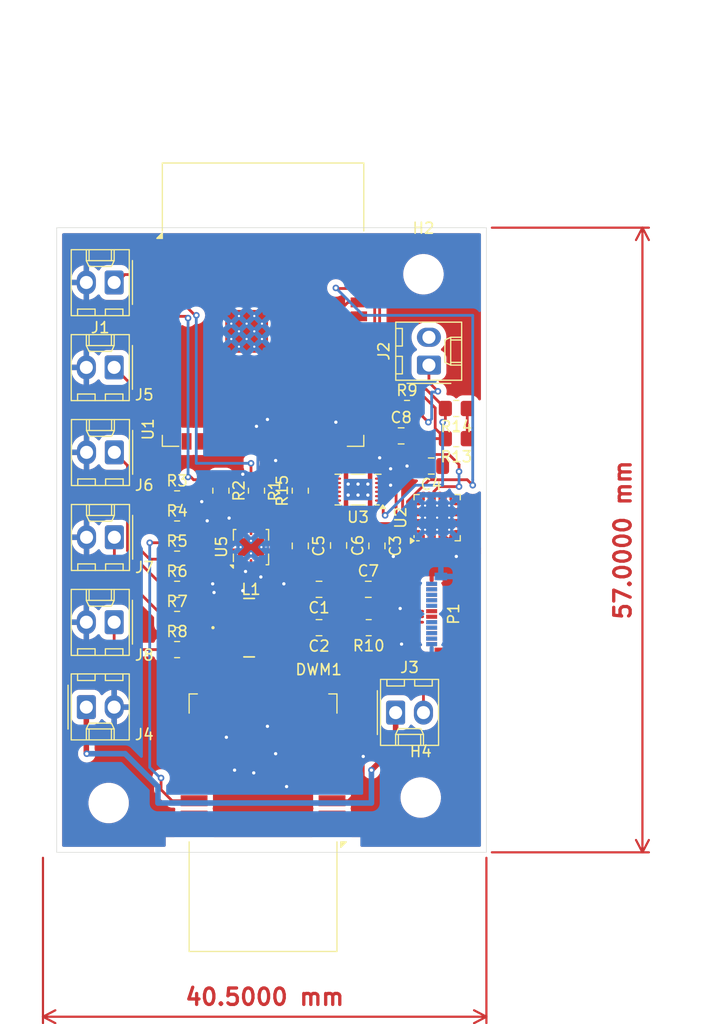
<source format=kicad_pcb>
(kicad_pcb (version 20240108) (generator "pcbnew") (generator_version "8.0")
  (layers (0 "F.Cu" signal) (31 "B.Cu" signal) (34 "B.Paste" user) (35 "F.Paste" user) (36 "B.SilkS" user "B.Silkscreen") (37 "F.SilkS" user "F.Silkscreen") (38 "B.Mask" user) (39 "F.Mask" user) (44 "Edge.Cuts" user))
  (net 0 "")
  (net 1 "+3.3V")
  (net 2 "GND")
  (net 3 "Net-(U2-VPP)")
  (net 4 "Net-(J3-Pin_2)")
  (net 5 "Net-(U3-V_{DD})")
  (net 7 "/LEDSFD")
  (net 8 "/LEDTX")
  (net 9 "/INT")
  (net 10 "/CS_AL")
  (net 11 "/LEDRX")
  (net 14 "Net-(DWM1-EXTON)")
  (net 15 "/SPI_CLK")
  (net 16 "/LEDRX_OK")
  (net 17 "/MISO")
  (net 18 "Net-(DWM1-WAKEUP)")
  (net 19 "/MOSI")
  (net 21 "Net-(DWM1-~{RST})")
  (net 22 "/RESET_ESP")
  (net 23 "Net-(J2-Pin_1)")
  (net 25 "Net-(J3-Pin_1)")
  (net 26 "Net-(J5-Pin_1)")
  (net 27 "Net-(J6-Pin_1)")
  (net 28 "Net-(J7-Pin_1)")
  (net 29 "Net-(J8-Pin_1)")
  (net 30 "Net-(U5-L1)")
  (net 31 "Net-(U5-L2)")
  (net 32 "Net-(P1-VBUS-PadA4)")
  (net 33 "/USB_D-")
  (net 34 "/USB_D+")
  (net 36 "Net-(P1-CC)")
  (net 37 "/EXT_ON")
  (net 38 "/WAKEUP")
  (net 39 "/RESET_ACT_L")
  (net 40 "/EN_FLASH")
  (net 41 "/I2C Clock")
  (net 42 "/I2C Data")
  (net 43 "/MCU GPIO")
  (net 50 "/USB_DATA_RXD")
  (net 54 "/USB_DATA_TXD")
  (net 70 "/USB_READY")
  (net 77 "/USB_SEND")
  (net 78 "USB_VBUS")
  (footprint "Capacitor_SMD:C_0805_2012Metric_Pad1.18x1.45mm_HandSolder" (layer "F.Cu") (at 191.7125 75.25 180)
    (property "Reference" "C1")
    (property "Value" "10uF")
  )
  (footprint "Connector_Molex:Molex_KK-254_AE-6410-02A_1x02_P2.54mm_Vertical" (layer "F.Cu") (at 173.02 70.5 180)
    (property "Reference" "J7")
    (property "Value" "LED3")
  )
  (footprint "Resistor_SMD:R_0805_2012Metric_Pad1.20x1.40mm_HandSolder" (layer "F.Cu") (at 199.75 58.75)
    (property "Reference" "R9")
    (property "Value" "470")
  )
  (footprint "Connector_Molex:Molex_KK-254_AE-6410-02A_1x02_P2.54mm_Vertical" (layer "F.Cu") (at 173 78.25 180)
    (property "Reference" "J8")
    (property "Value" "LED4")
  )
  (footprint "Capacitor_SMD:C_0805_2012Metric_Pad1.18x1.45mm_HandSolder" (layer "F.Cu") (at 197 71.2875 -90)
    (property "Reference" "C3")
    (property "Value" "10uF")
  )
  (footprint "MountingHole:MountingHole_3.2mm_M3" (layer "F.Cu") (at 201.25 46.5)
    (property "Reference" "H2")
    (property "Value" "MountingHole")
  )
  (footprint "Capacitor_SMD:C_0805_2012Metric_Pad1.18x1.45mm_HandSolder" (layer "F.Cu") (at 193.5 71.25 90)
    (property "Reference" "C6")
    (property "Value" "10 μF")
  )
  (footprint "Resistor_SMD:R_0805_2012Metric_Pad1.20x1.40mm_HandSolder" (layer "F.Cu") (at 190 66.25 90)
    (property "Reference" "R15")
    (property "Value" "10kΩ")
  )
  (footprint "Resistor_SMD:R_0805_2012Metric_Pad1.20x1.40mm_HandSolder" (layer "F.Cu") (at 178.75 80.75)
    (property "Reference" "R8")
    (property "Value" "470")
  )
  (footprint "Connector_Molex:Molex_KK-254_AE-6410-02A_1x02_P2.54mm_Vertical" (layer "F.Cu") (at 201.75 54.79 90)
    (property "Reference" "J2")
    (property "Value" "Flash button")
  )
  (footprint "Resistor_SMD:R_0805_2012Metric_Pad1.20x1.40mm_HandSolder" (layer "F.Cu") (at 178.75 78)
    (property "Reference" "R7")
    (property "Value" "470")
  )
  (footprint "RF_Module:ESP32-S3-WROOM-1" (layer "F.Cu") (at 186.6 49.25)
    (property "Reference" "U1")
    (property "Value" "ESP32-S3-WROOM-1")
  )
  (footprint "Package_SON:Texas_S-PDSO-N12" (layer "F.Cu") (at 195.275 66.15 180)
    (property "Reference" "U3")
    (property "Value" "BQ27441-G1")
  )
  (footprint "Package_SON:Texas_DRC0010J_ThermalVias" (layer "F.Cu") (at 185.5 71.4 90)
    (property "Reference" "U5")
    (property "Value" "TPS63001")
  )
  (footprint "Package_DFN_QFN:QFN-24-1EP_4x4mm_P0.5mm_EP2.7x2.7mm_ThermalVias" (layer "F.Cu") (at 202.5 68.7125 90)
    (property "Reference" "U2")
    (property "Value" "CP2104")
  )
  (footprint "Resistor_SMD:R_0805_2012Metric_Pad1.20x1.40mm_HandSolder" (layer "F.Cu") (at 182.75 66.25 -90)
    (property "Reference" "R2")
    (property "Value" "470")
  )
  (footprint "Connector_USB:USB_C_Plug_Molex_105444" (layer "F.Cu") (at 201.96 77.5 90)
    (property "Reference" "P1")
    (property "Value" "USB_C_Plug_USB2.0")
  )
  (footprint "Resistor_SMD:R_0805_2012Metric_Pad1.20x1.40mm_HandSolder" (layer "F.Cu") (at 178.75 69.75)
    (property "Reference" "R4")
    (property "Value" "10k")
  )
  (footprint "Connector_Molex:Molex_KK-254_AE-6410-02A_1x02_P2.54mm_Vertical" (layer "F.Cu") (at 198.71 86.5)
    (property "Reference" "J3")
    (property "Value" "Power Switch")
  )
  (footprint "Resistor_SMD:R_0805_2012Metric_Pad1.20x1.40mm_HandSolder" (layer "F.Cu") (at 204.25 61.5 180)
    (property "Reference" "R13")
    (property "Value" "10kΩ")
  )
  (footprint "Capacitor_SMD:C_0805_2012Metric_Pad1.18x1.45mm_HandSolder" (layer "F.Cu") (at 191.7125 78.75 180)
    (property "Reference" "C2")
    (property "Value" "10uF")
  )
  (footprint "footprints:IND_MSS5131_COC" (layer "F.Cu") (at 185.3283 78.75)
    (property "Reference" "L1")
    (property "Value" "2.2μH")
  )
  (footprint "Connector_Molex:Molex_KK-254_AE-6410-02A_1x02_P2.54mm_Vertical" (layer "F.Cu") (at 170.46 86)
    (property "Reference" "J4")
    (property "Value" "Battery Terminals" (hide yes))
  )
  (footprint "Connector_Molex:Molex_KK-254_AE-6410-02A_1x02_P2.54mm_Vertical" (layer "F.Cu") (at 173 47.25 180)
    (property "Reference" "J1")
    (property "Value" "Reset button")
  )
  (footprint "MountingHole:MountingHole_3.2mm_M3" (layer "F.Cu") (at 172.5 94.75)
    (property "Reference" "H3")
    (property "Value" "MountingHole")
  )
  (footprint "Resistor_SMD:R_0805_2012Metric_Pad1.20x1.40mm_HandSolder" (layer "F.Cu") (at 204.25 58.75 180)
    (property "Reference" "R14")
    (property "Value" "10kΩ")
  )
  (footprint "Capacitor_SMD:C_0805_2012Metric_Pad1.18x1.45mm_HandSolder" (layer "F.Cu") (at 190 71.2875 -90)
    (property "Reference" "C5")
    (property "Value" "1 μF")
  )
  (footprint "Capacitor_SMD:C_0805_2012Metric_Pad1.18x1.45mm_HandSolder" (layer "F.Cu") (at 199.2125 61.25)
    (property "Reference" "C8")
    (property "Value" "0.47 μF")
  )
  (footprint "Resistor_SMD:R_0805_2012Metric_Pad1.20x1.40mm_HandSolder" (layer "F.Cu") (at 196.25 78.75 180)
    (property "Reference" "R10")
    (property "Value" "5.1k")
  )
  (footprint "Capacitor_SMD:C_0805_2012Metric_Pad1.18x1.45mm_HandSolder" (layer "F.Cu") (at 196.2125 75.25)
    (property "Reference" "C7")
    (property "Value" "33 μF")
  )
  (footprint "RF_Module:DWM1000" (layer "F.Cu") (at 186.6 96.5462 180)
    (property "Reference" "DWM1")
    (property "Value" "DWM1000")
  )
  (footprint "Resistor_SMD:R_0805_2012Metric_Pad1.20x1.40mm_HandSolder" (layer "F.Cu") (at 186 66.25 -90)
    (property "Reference" "R1")
    (property "Value" "470")
  )
  (footprint "Resistor_SMD:R_0805_2012Metric_Pad1.20x1.40mm_HandSolder" (layer "F.Cu") (at 178.75 67)
    (property "Reference" "R3")
    (property "Value" "470")
  )
  (footprint "Capacitor_SMD:C_0805_2012Metric_Pad1.18x1.45mm_HandSolder" (layer "F.Cu") (at 201.9625 64 180)
    (property "Reference" "C4")
    (property "Value" "10uF")
  )
  (footprint "MountingHole:MountingHole_3.2mm_M3" (layer "F.Cu") (at 201 94.25)
    (property "Reference" "H4")
    (property "Value" "MountingHole")
  )
  (footprint "Connector_Molex:Molex_KK-254_AE-6410-02A_1x02_P2.54mm_Vertical" (layer "F.Cu") (at 173.02 62.75 180)
    (property "Reference" "J6")
    (property "Value" "LED2")
  )
  (footprint "Connector_Molex:Molex_KK-254_AE-6410-02A_1x02_P2.54mm_Vertical" (layer "F.Cu") (at 173 55 180)
    (property "Reference" "J5")
    (property "Value" "LED1")
  )
  (footprint "Resistor_SMD:R_0805_2012Metric_Pad1.20x1.40mm_HandSolder" (layer "F.Cu") (at 178.75 75.25)
    (property "Reference" "R6")
    (property "Value" "470")
  )
  (footprint "Resistor_SMD:R_0805_2012Metric_Pad1.20x1.40mm_HandSolder" (layer "F.Cu") (at 178.75 72.5)
    (property "Reference" "R5")
    (property "Value" "470")
  )
  (gr_rect (start 167.75 42.25) (end 207 99.25) (stroke (width 0.05)) (fill none) (layer "Edge.Cuts"))
  (dimension (type aligned) (layer "F.Cu") (pts (xy 166.5 99.25) (xy 207 99.25)) (height 15) (gr_text "40.5000 mm" (at 186.75 112.45 0) (layer "F.Cu") (effects (font (size 1.5 1.5) (thickness 0.3)))) (format (prefix "") (suffix "") (units 3) (units_format 1) (precision 4)) (style (thickness 0.2) (arrow_length 1.27) (text_position_mode 0) (extension_height 0.58642) (extension_offset 0.5) keep_text_aligned))
  (dimension (type aligned) (layer "F.Cu") (pts (xy 207 99.25) (xy 207 42.25)) (height 14.25) (gr_text "57.0000 mm" (at 219.45 70.75 90) (layer "F.Cu") (effects (font (size 1.5 1.5) (thickness 0.3)))) (format (prefix "") (suffix "") (units 3) (units_format 1) (precision 4)) (style (thickness 0.2) (arrow_length 1.27) (text_position_mode 0) (extension_height 0.58642) (extension_offset 0.5) keep_text_aligned))
  (segment (start 198.496 71.746) (end 198.496 72.25) (width 0.508) (layer "F.Cu") (net 1))
  (segment (start 204.25 72.25) (end 204.058221 72.25) (width 0.508) (layer "F.Cu") (net 1))
  (segment (start 206.246 71.5) (end 204.7875 70.0415) (width 0.508) (layer "F.Cu") (net 1))
  (segment (start 203.331 71.522779) (end 203.331 70.675) (width 0.508) (layer "F.Cu") (net 1))
  (segment (start 206.246 72) (end 206.246 71.5) (width 0.508) (layer "F.Cu") (net 1))
  (segment (start 197 70.25) (end 198.496 71.746) (width 0.508) (layer "F.Cu") (net 1))
  (segment (start 205.996 72.25) (end 206.246 72) (width 0.508) (layer "F.Cu") (net 1))
  (segment (start 204.25 72.25) (end 205.996 72.25) (width 0.508) (layer "F.Cu") (net 1))
  (segment (start 204.25 72.25) (end 204.25 71.175) (width 0.508) (layer "F.Cu") (net 1))
  (segment (start 204.058221 72.25) (end 203.331 71.522779) (width 0.508) (layer "F.Cu") (net 1))
  (segment (start 204.7875 70.0415) (end 204.4625 70.0415) (width 0.508) (layer "F.Cu") (net 1))
  (segment (start 204.25 71.175) (end 203.75 70.675) (width 0.508) (layer "F.Cu") (net 1))
  (via (at 198.496 72.25) (size 0.6) (drill 0.3) (layers "F.Cu" "B.Cu") (net 1))
  (via (at 204.25 72.25) (size 0.6) (drill 0.3) (layers "F.Cu" "B.Cu") (net 1))
  (segment (start 198.496 72.25) (end 204.25 72.25) (width 0.508) (layer "B.Cu") (net 1))
  (via (at 198.25 64.25) (size 0.6) (drill 0.3) (layers "F.Cu" "B.Cu") (net 2))
  (via (at 183.5 68.75) (size 0.6) (drill 0.3) (layers "F.Cu" "B.Cu") (net 2))
  (segment (start 201.977 62.948) (end 203.583428 62.948) (width 0.254) (layer "F.Cu") (net 3))
  (segment (start 200.925 64) (end 201.977 62.948) (width 0.254) (layer "F.Cu") (net 3))
  (segment (start 202.202 66.332932) (end 202.202 66.702) (width 0.254) (layer "F.Cu") (net 3))
  (segment (start 202.657932 65.877) (end 202.202 66.332932) (width 0.254) (layer "F.Cu") (net 3))
  (segment (start 204.5 63.864572) (end 204.5 64.5) (width 0.254) (layer "F.Cu") (net 3))
  (segment (start 204.5 65.877) (end 202.657932 65.877) (width 0.254) (layer "F.Cu") (net 3))
  (segment (start 203.583428 62.948) (end 204.5 63.864572) (width 0.254) (layer "F.Cu") (net 3))
  (segment (start 202.202 66.702) (end 202.25 66.75) (width 0.254) (layer "F.Cu") (net 3))
  (via (at 204.5 64.5) (size 0.6) (drill 0.3) (layers "F.Cu" "B.Cu") (net 3))
  (via (at 204.5 65.877) (size 0.6) (drill 0.3) (layers "F.Cu" "B.Cu") (net 3))
  (segment (start 204.5 64.5) (end 204.5 65.877) (width 0.254) (layer "B.Cu") (net 3))
  (segment (start 205.25 58.75) (end 205.25 61.5) (width 0.254) (layer "F.Cu") (net 4))
  (segment (start 190 70.25) (end 188 72.25) (width 0.254) (layer "F.Cu") (net 4))
  (segment (start 186.5 69.5) (end 186 69) (width 0.254) (layer "F.Cu") (net 4))
  (segment (start 188.5 69) (end 189.75 70.25) (width 0.254) (layer "F.Cu") (net 4))
  (segment (start 199.123 69.377) (end 199.25 69.25) (width 0.254) (layer "F.Cu") (net 4))
  (segment (start 201.25 83.75) (end 200 82.5) (width 0.254) (layer "F.Cu") (net 4))
  (segment (start 199.123 77) (end 199.123 69.377) (width 0.254) (layer "F.Cu") (net 4))
  (segment (start 190.5375 70.2125) (end 193.5 70.2125) (width 0.254) (layer "F.Cu") (net 4))
  (segment (start 198.877 66.009712) (end 198.877 65.25) (width 0.254) (layer "F.Cu") (net 4))
  (segment (start 199.25 81.75) (end 199.25 80.25) (width 0.254) (layer "F.Cu") (net 4))
  (segment (start 190.5 70.25) (end 190.5375 70.2125) (width 0.254) (layer "F.Cu") (net 4))
  (segment (start 201.25 86.5) (end 201.25 83.75) (width 0.254) (layer "F.Cu") (net 4))
  (segment (start 199.25 69.25) (end 198.75 68.75) (width 0.254) (layer "F.Cu") (net 4))
  (segment (start 194.6895 70.2125) (end 195.652 69.25) (width 0.254) (layer "F.Cu") (net 4))
  (segment (start 193.5 70.2125) (end 194.6895 70.2125) (width 0.254) (layer "F.Cu") (net 4))
  (segment (start 186.5 70) (end 186.5 69.5) (width 0.254) (layer "F.Cu") (net 4))
  (segment (start 200 82.5) (end 199.25 81.75) (width 0.254) (layer "F.Cu") (net 4))
  (segment (start 198.75 66.136712) (end 198.877 66.009712) (width 0.254) (layer "F.Cu") (net 4))
  (segment (start 188 72.25) (end 188 73.75) (width 0.254) (layer "F.Cu") (net 4))
  (segment (start 187.45 73.75) (end 186.5 72.8) (width 0.254) (layer "F.Cu") (net 4))
  (segment (start 185.5 69.5) (end 186 69) (width 0.254) (layer "F.Cu") (net 4))
  (segment (start 190 67.25) (end 190 70.25) (width 0.254) (layer "F.Cu") (net 4))
  (segment (start 198.75 65.123) (end 197.575 65.123) (width 0.254) (layer "F.Cu") (net 4))
  (segment (start 190 70.25) (end 190.5 70.25) (width 0.254) (layer "F.Cu") (net 4))
  (segment (start 189.75 70.25) (end 190 70.25) (width 0.254) (layer "F.Cu") (net 4))
  (segment (start 195.652 69.25) (end 199.25 69.25) (width 0.254) (layer "F.Cu") (net 4))
  (segment (start 198.877 65.25) (end 198.75 65.123) (width 0.254) (layer "F.Cu") (net 4))
  (segment (start 188 73.75) (end 187.45 73.75) (width 0.254) (layer "F.Cu") (net 4))
  (segment (start 185.5 70) (end 185.5 69.5) (width 0.254) (layer "F.Cu") (net 4))
  (segment (start 198.75 68.75) (end 198.75 66.136712) (width 0.254) (layer "F.Cu") (net 4))
  (segment (start 186 69) (end 186 70) (width 0.254) (layer "F.Cu") (net 4))
  (segment (start 186 69) (end 188.5 69) (width 0.254) (layer "F.Cu") (net 4))
  (via (at 199.123 77) (size 0.6) (drill 0.3) (layers "F.Cu" "B.Cu") (net 4))
  (via (at 199.25 80.25) (size 0.6) (drill 0.3) (layers "F.Cu" "B.Cu") (net 4))
  (segment (start 199.25 77.127) (end 199.123 77) (width 0.254) (layer "B.Cu") (net 4))
  (segment (start 199.25 80.25) (end 199.25 77.127) (width 0.254) (layer "B.Cu") (net 4))
  (segment (start 181.25 83.244) (end 183.973 83.244) (width 0.254) (layer "F.Cu") (net 7))
  (segment (start 184.5 83.771) (end 184.5 85.25) (width 0.254) (layer "F.Cu") (net 7))
  (segment (start 179.75 81.744) (end 181.25 83.244) (width 0.254) (layer "F.Cu") (net 7))
  (segment (start 179.75 80.75) (end 179.75 81.744) (width 0.254) (layer "F.Cu") (net 7))
  (segment (start 183.973 83.244) (end 184.5 83.771) (width 0.254) (layer "F.Cu") (net 7))
  (segment (start 181.796 82.296) (end 185.325 82.296) (width 0.254) (layer "F.Cu") (net 8))
  (segment (start 181.25 81.75) (end 181.796 82.296) (width 0.254) (layer "F.Cu") (net 8))
  (segment (start 187.3 84.271) (end 187.3 85.25) (width 0.254) (layer "F.Cu") (net 8))
  (segment (start 179.75 72.5) (end 181.25 74) (width 0.254) (layer "F.Cu") (net 8))
  (segment (start 185.325 82.296) (end 187.3 84.271) (width 0.254) (layer "F.Cu") (net 8))
  (segment (start 181.25 74) (end 181.25 81.75) (width 0.254) (layer "F.Cu") (net 8))
  (segment (start 177.283159 93.533159) (end 178.295 94.545) (width 0.254) (layer "F.Cu") (net 9))
  (segment (start 176.319 67.191928) (end 176.319 48.747) (width 0.254) (layer "F.Cu") (net 9))
  (segment (start 178.027 68.027) (end 177.154072 68.027) (width 0.254) (layer "F.Cu") (net 9))
  (segment (start 177.154072 68.027) (end 176.319 67.191928) (width 0.254) (layer "F.Cu") (net 9))
  (segment (start 177.266 47.8) (end 177.85 47.8) (width 0.254) (layer "F.Cu") (net 9))
  (segment (start 179.75 69.75) (end 178.027 68.027) (width 0.254) (layer "F.Cu") (net 9))
  (segment (start 179.75 69.75) (end 178.5 71) (width 0.254) (layer "F.Cu") (net 9))
  (segment (start 177.283159 92.466841) (end 177.283159 93.533159) (width 0.254) (layer "F.Cu") (net 9))
  (segment (start 178.295 94.545) (end 180.3 94.545) (width 0.254) (layer "F.Cu") (net 9))
  (segment (start 176.319 48.747) (end 177.266 47.8) (width 0.254) (layer "F.Cu") (net 9))
  (segment (start 178.5 71) (end 176.25 71) (width 0.254) (layer "F.Cu") (net 9))
  (via (at 176.25 71) (size 0.6) (drill 0.3) (layers "F.Cu" "B.Cu") (net 9))
  (via (at 177.283159 92.466841) (size 0.6) (drill 0.3) (layers "F.Cu" "B.Cu") (net 9))
  (segment (start 177.216841 92.466841) (end 177.283159 92.466841) (width 0.254) (layer "B.Cu") (net 9))
  (segment (start 176.25 91.5) (end 177.216841 92.466841) (width 0.254) (layer "B.Cu") (net 9))
  (segment (start 176.25 71) (end 176.25 91.5) (width 0.254) (layer "B.Cu") (net 9))
  (segment (start 187 87.75) (end 186.7962 87.5462) (width 0.254) (layer "F.Cu") (net 10))
  (segment (start 183.5 59.75) (end 187 59.75) (width 0.254) (layer "F.Cu") (net 10))
  (segment (start 183.425 59.825) (end 183.5 59.75) (width 0.254) (layer "F.Cu") (net 10))
  (segment (start 183.425 61.75) (end 183.425 59.825) (width 0.254) (layer "F.Cu") (net 10))
  (segment (start 186.7962 87.5462) (end 180.3 87.5462) (width 0.254) (layer "F.Cu") (net 10))
  (via (at 187 59.75) (size 0.6) (drill 0.3) (layers "F.Cu" "B.Cu") (net 10))
  (via (at 187 87.75) (size 0.6) (drill 0.3) (layers "F.Cu" "B.Cu") (net 10))
  (segment (start 187 59.75) (end 187.027 59.777) (width 0.254) (layer "B.Cu") (net 10))
  (segment (start 187.027 87.723) (end 187 87.75) (width 0.254) (layer "B.Cu") (net 10))
  (segment (start 187.027 59.777) (end 187.027 87.723) (width 0.254) (layer "B.Cu") (net 10))
  (segment (start 181.5 82.75) (end 184.879 82.75) (width 0.254) (layer "F.Cu") (net 11))
  (segment (start 180.677 76.177) (end 180.677 81.927) (width 0.254) (layer "F.Cu") (net 11))
  (segment (start 180.677 81.927) (end 181.5 82.75) (width 0.254) (layer "F.Cu") (net 11))
  (segment (start 185.9 83.771) (end 185.9 85.25) (width 0.254) (layer "F.Cu") (net 11))
  (segment (start 179.75 75.25) (end 180.677 76.177) (width 0.254) (layer "F.Cu") (net 11))
  (segment (start 184.879 82.75) (end 185.9 83.771) (width 0.254) (layer "F.Cu") (net 11))
  (segment (start 186.4 74.123) (end 186.273 74.25) (width 0.254) (layer "F.Cu") (net 14))
  (segment (start 183.75 74.25) (end 183.468 73.968) (width 0.254) (layer "F.Cu") (net 14))
  (segment (start 183.468 69.782) (end 186 67.25) (width 0.254) (layer "F.Cu") (net 14))
  (segment (start 191.421 97.345) (end 188.75 94.674) (width 0.254) (layer "F.Cu") (net 14))
  (segment (start 186.273 74.25) (end 183.75 74.25) (width 0.254) (layer "F.Cu") (net 14))
  (segment (start 188.75 94.674) (end 188.75 93.25) (width 0.254) (layer "F.Cu") (net 14))
  (segment (start 183.468 73.968) (end 183.468 69.782) (width 0.254) (layer "F.Cu") (net 14))
  (segment (start 192.9 97.345) (end 191.421 97.345) (width 0.254) (layer "F.Cu") (net 14))
  (via (at 186.4 74.123) (size 0.6) (drill 0.3) (layers "F.Cu" "B.Cu") (net 14))
  (via (at 188.75 93.25) (size 0.6) (drill 0.3) (layers "F.Cu" "B.Cu") (net 14))
  (segment (start 186.373 74.15) (end 186.4 74.123) (width 0.254) (layer "B.Cu") (net 14))
  (segment (start 186.373 90.873) (end 186.373 74.15) (width 0.254) (layer "B.Cu") (net 14))
  (segment (start 188.75 93.25) (end 186.373 90.873) (width 0.254) (layer "B.Cu") (net 14))
  (segment (start 184 91.75) (end 183.995 91.745) (width 0.254) (layer "F.Cu") (net 15))
  (segment (start 185.965 61.75) (end 185.965 60.412) (width 0.254) (layer "F.Cu") (net 15))
  (segment (start 185.965 60.412) (end 186 60.377) (width 0.254) (layer "F.Cu") (net 15))
  (segment (start 183.995 91.745) (end 180.3 91.745) (width 0.254) (layer "F.Cu") (net 15))
  (via (at 186 60.377) (size 0.6) (drill 0.3) (layers "F.Cu" "B.Cu") (net 15))
  (via (at 184 91.75) (size 0.6) (drill 0.3) (layers "F.Cu" "B.Cu") (net 15))
  (segment (start 186 60.377) (end 186.127 60.504) (width 0.254) (layer "B.Cu") (net 15))
  (segment (start 184 88.613288) (end 184 91.75) (width 0.254) (layer "B.Cu") (net 15))
  (segment (start 186.127 69.006998) (end 183.5 71.633998) (width 0.254) (layer "B.Cu") (net 15))
  (segment (start 186.127 60.504) (end 186.127 69.006998) (width 0.254) (layer "B.Cu") (net 15))
  (segment (start 183.5 71.633998) (end 183.5 88.113288) (width 0.254) (layer "B.Cu") (net 15))
  (segment (start 183.5 88.113288) (end 184 88.613288) (width 0.254) (layer "B.Cu") (net 15))
  (segment (start 182.698 83.698) (end 183.1 84.1) (width 0.254) (layer "F.Cu") (net 16))
  (segment (start 183.1 84.1) (end 183.1 85.25) (width 0.254) (layer "F.Cu") (net 16))
  (segment (start 180.948 83.698) (end 182.698 83.698) (width 0.254) (layer "F.Cu") (net 16))
  (segment (start 179.75 78) (end 178.823 78.927) (width 0.254) (layer "F.Cu") (net 16))
  (segment (start 178.823 81.573) (end 180.948 83.698) (width 0.254) (layer "F.Cu") (net 16))
  (segment (start 178.823 78.927) (end 178.823 81.573) (width 0.254) (layer "F.Cu") (net 16))
  (segment (start 187.235 61.75) (end 187.235 62.985) (width 0.254) (layer "F.Cu") (net 17))
  (segment (start 187.655 90.345) (end 180.3 90.345) (width 0.254) (layer "F.Cu") (net 17))
  (segment (start 187.235 62.985) (end 187.75 63.5) (width 0.254) (layer "F.Cu") (net 17))
  (segment (start 187.75 90.25) (end 187.655 90.345) (width 0.254) (layer "F.Cu") (net 17))
  (via (at 187.75 63.5) (size 0.6) (drill 0.3) (layers "F.Cu" "B.Cu") (net 17))
  (via (at 187.75 90.25) (size 0.6) (drill 0.3) (layers "F.Cu" "B.Cu") (net 17))
  (segment (start 187.75 63.5) (end 187.75 90.25) (width 0.254) (layer "B.Cu") (net 17))
  (segment (start 189.377 93.901) (end 189.377 92.990288) (width 0.254) (layer "F.Cu") (net 18))
  (segment (start 184.75 75.377) (end 184.58651 75.54049) (width 0.254) (layer "F.Cu") (net 18))
  (segment (start 181 67.25) (end 182.75 67.25) (width 0.254) (layer "F.Cu") (net 18))
  (segment (start 192.9 95.945) (end 191.421 95.945) (width 0.254) (layer "F.Cu") (net 18))
  (segment (start 188.386712 92) (end 185.75 92) (width 0.254) (layer "F.Cu") (net 18))
  (segment (start 189.377 92.990288) (end 188.386712 92) (width 0.254) (layer "F.Cu") (net 18))
  (segment (start 184.58651 75.54049) (end 182.123 75.54049) (width 0.254) (layer "F.Cu") (net 18))
  (segment (start 191.421 95.945) (end 189.377 93.901) (width 0.254) (layer "F.Cu") (net 18))
  (via (at 182.123 75.54049) (size 0.6) (drill 0.3) (layers "F.Cu" "B.Cu") (net 18))
  (via (at 184.75 75.377) (size 0.6) (drill 0.3) (layers "F.Cu" "B.Cu") (net 18))
  (via (at 181 67.25) (size 0.6) (drill 0.3) (layers "F.Cu" "B.Cu") (net 18))
  (via (at 185.75 92) (size 0.6) (drill 0.3) (layers "F.Cu" "B.Cu") (net 18))
  (segment (start 185.75 92) (end 185.75 76.377) (width 0.254) (layer "B.Cu") (net 18))
  (segment (start 180.873 67.377) (end 181 67.25) (width 0.254) (layer "B.Cu") (net 18))
  (segment (start 181.903778 75.54049) (end 180.873 74.509712) (width 0.254) (layer "B.Cu") (net 18))
  (segment (start 185.75 76.377) (end 184.75 75.377) (width 0.254) (layer "B.Cu") (net 18))
  (segment (start 182.123 75.54049) (end 181.903778 75.54049) (width 0.254) (layer "B.Cu") (net 18))
  (segment (start 180.873 74.509712) (end 180.873 67.377) (width 0.254) (layer "B.Cu") (net 18))
  (segment (start 184.695 61.75) (end 184.695 64.695) (width 0.254) (layer "F.Cu") (net 19))
  (segment (start 183.25 88.75) (end 183.0538 88.9462) (width 0.254) (layer "F.Cu") (net 19))
  (segment (start 183.0538 88.9462) (end 180.3 88.9462) (width 0.254) (layer "F.Cu") (net 19))
  (segment (start 184.695 64.695) (end 184.75 64.75) (width 0.254) (layer "F.Cu") (net 19))
  (via (at 183.25 88.75) (size 0.6) (drill 0.3) (layers "F.Cu" "B.Cu") (net 19))
  (via (at 184.75 64.75) (size 0.6) (drill 0.3) (layers "F.Cu" "B.Cu") (net 19))
  (segment (start 182.75 66.75) (end 182.75 88.25) (width 0.254) (layer "B.Cu") (net 19))
  (segment (start 182.75 88.25) (end 183.25 88.75) (width 0.254) (layer "B.Cu") (net 19))
  (segment (start 184.75 64.75) (end 182.75 66.75) (width 0.254) (layer "B.Cu") (net 19))
  (segment (start 195.75 93.174) (end 194.379 94.545) (width 0.254) (layer "F.Cu") (net 21))
  (segment (start 182 74.75) (end 188.5 74.75) (width 0.254) (layer "F.Cu") (net 21))
  (segment (start 179.75 67) (end 181.5 68.75) (width 0.254) (layer "F.Cu") (net 21))
  (segment (start 181.5 68.75) (end 181.5 69) (width 0.254) (layer "F.Cu") (net 21))
  (segment (start 195.75 90.5) (end 195.75 93.174) (width 0.254) (layer "F.Cu") (net 21))
  (segment (start 194.379 94.545) (end 192.9 94.545) (width 0.254) (layer "F.Cu") (net 21))
  (via (at 188.5 74.75) (size 0.6) (drill 0.3) (layers "F.Cu" "B.Cu") (net 21))
  (via (at 181.5 69) (size 0.6) (drill 0.3) (layers "F.Cu" "B.Cu") (net 21))
  (via (at 182 74.75) (size 0.6) (drill 0.3) (layers "F.Cu" "B.Cu") (net 21))
  (via (at 195.75 90.5) (size 0.6) (drill 0.3) (layers "F.Cu" "B.Cu") (net 21))
  (segment (start 195.75 83.75) (end 195.75 90.5) (width 0.254) (layer "B.Cu") (net 21))
  (segment (start 181.5 69) (end 182 69.5) (width 0.254) (layer "B.Cu") (net 21))
  (segment (start 182 69.5) (end 182 74.75) (width 0.254) (layer "B.Cu") (net 21))
  (segment (start 188.5 83) (end 195 83) (width 0.254) (layer "B.Cu") (net 21))
  (segment (start 188.5 74.75) (end 188.5 83) (width 0.254) (layer "B.Cu") (net 21))
  (segment (start 195 83) (end 195.75 83.75) (width 0.254) (layer "B.Cu") (net 21))
  (segment (start 173.97 46.53) (end 177.85 46.53) (width 0.254) (layer "F.Cu") (net 22))
  (segment (start 173.25 47.25) (end 173.97 46.53) (width 0.254) (layer "F.Cu") (net 22))
  (segment (start 173 47.25) (end 173.25 47.25) (width 0.254) (layer "F.Cu") (net 22))
  (segment (start 200.75 58.75) (end 200.75 59.054) (width 0.254) (layer "F.Cu") (net 23))
  (segment (start 202.568356 57.181644) (end 201.75 56.363288) (width 0.254) (layer "F.Cu") (net 23))
  (segment (start 200.75 59.054) (end 201.696 60) (width 0.254) (layer "F.Cu") (net 23))
  (segment (start 201.75 56.363288) (end 201.75 54.79) (width 0.254) (layer "F.Cu") (net 23))
  (via (at 201.696 60) (size 0.6) (drill 0.3) (layers "F.Cu" "B.Cu") (net 23))
  (via (at 202.568356 57.181644) (size 0.6) (drill 0.3) (layers "F.Cu" "B.Cu") (net 23))
  (segment (start 202.5 57.25) (end 202.568356 57.181644) (width 0.254) (layer "B.Cu") (net 23))
  (segment (start 202 59.696) (end 202 57.25) (width 0.254) (layer "B.Cu") (net 23))
  (segment (start 202 57.25) (end 202.5 57.25) (width 0.254) (layer "B.Cu") (net 23))
  (segment (start 201.696 60) (end 202 59.696) (width 0.254) (layer "B.Cu") (net 23))
  (segment (start 198.71 89.54) (end 198.71 86.5) (width 0.508) (layer "F.Cu") (net 25))
  (segment (start 170.46 86) (end 170.46 90.21) (width 0.508) (layer "F.Cu") (net 25))
  (segment (start 196.5 91.75) (end 198.71 89.54) (width 0.508) (layer "F.Cu") (net 25))
  (segment (start 170.46 90.21) (end 170.5 90.25) (width 0.508) (layer "F.Cu") (net 25))
  (via (at 196.5 91.75) (size 0.6) (drill 0.3) (layers "F.Cu" "B.Cu") (net 25))
  (via (at 170.5 90.25) (size 0.6) (drill 0.3) (layers "F.Cu" "B.Cu") (net 25))
  (segment (start 170.5 90.25) (end 174 90.25) (width 0.508) (layer "B.Cu") (net 25))
  (segment (start 177 93.25) (end 177 94.75) (width 0.508) (layer "B.Cu") (net 25))
  (segment (start 174 90.25) (end 177 93.25) (width 0.508) (layer "B.Cu") (net 25))
  (segment (start 196.5 94.75) (end 196.5 91.75) (width 0.508) (layer "B.Cu") (net 25))
  (segment (start 177 94.75) (end 196.5 94.75) (width 0.508) (layer "B.Cu") (net 25))
  (segment (start 176.25 72.5) (end 177.75 72.5) (width 0.254) (layer "F.Cu") (net 26))
  (segment (start 175 57) (end 175 71.25) (width 0.254) (layer "F.Cu") (net 26))
  (segment (start 173 55) (end 175 57) (width 0.254) (layer "F.Cu") (net 26))
  (segment (start 175 71.25) (end 176.25 72.5) (width 0.254) (layer "F.Cu") (net 26))
  (segment (start 174.217 63.947) (end 174.217 71.717) (width 0.254) (layer "F.Cu") (net 27))
  (segment (start 174.217 71.717) (end 177.75 75.25) (width 0.254) (layer "F.Cu") (net 27))
  (segment (start 173.02 62.75) (end 174.217 63.947) (width 0.254) (layer "F.Cu") (net 27))
  (segment (start 173.02 73.27) (end 177.75 78) (width 0.254) (layer "F.Cu") (net 28))
  (segment (start 173.02 70.5) (end 173.02 73.27) (width 0.254) (layer "F.Cu") (net 28))
  (segment (start 173.5 80.75) (end 177.75 80.75) (width 0.254) (layer "F.Cu") (net 29))
  (segment (start 173 80.25) (end 173.5 80.75) (width 0.254) (layer "F.Cu") (net 29))
  (segment (start 173 78.25) (end 173 80.25) (width 0.254) (layer "F.Cu") (net 29))
  (segment (start 185 72.8) (end 185 73.623) (width 0.254) (layer "F.Cu") (net 31))
  (via (at 185 73.623) (size 0.6) (drill 0.3) (layers "F.Cu" "B.Cu") (net 31))
  (segment (start 201.328121 72.704) (end 200.204 72.704) (width 0.254) (layer "F.Cu") (net 33))
  (segment (start 202.75 70.675) (end 202.75 71.282121) (width 0.254) (layer "F.Cu") (net 33))
  (segment (start 200.204 77.25) (end 201.173 77.25) (width 0.254) (layer "F.Cu") (net 33))
  (segment (start 200.204 72.704) (end 200.204 77.25) (width 0.254) (layer "F.Cu") (net 33))
  (segment (start 202.75 71.282121) (end 201.328121 72.704) (width 0.254) (layer "F.Cu") (net 33))
  (segment (start 202.25 70.675) (end 202.25 71.140068) (width 0.254) (layer "F.Cu") (net 34))
  (segment (start 199.75 77.75) (end 201.173 77.75) (width 0.254) (layer "F.Cu") (net 34))
  (segment (start 199.75 72.25) (end 199.75 77.75) (width 0.254) (layer "F.Cu") (net 34))
  (segment (start 201.140068 72.25) (end 199.75 72.25) (width 0.254) (layer "F.Cu") (net 34))
  (segment (start 202.25 71.140068) (end 201.140068 72.25) (width 0.254) (layer "F.Cu") (net 34))
  (segment (start 197.25 78.75) (end 199.25 78.75) (width 0.254) (layer "F.Cu") (net 36))
  (segment (start 199.75 78.25) (end 201.173 78.25) (width 0.254) (layer "F.Cu") (net 36))
  (segment (start 199.25 78.75) (end 199.75 78.25) (width 0.254) (layer "F.Cu") (net 36))
  (segment (start 179.206712 49.07) (end 180.383729 50.247017) (width 0.254) (layer "F.Cu") (net 37))
  (segment (start 177.85 49.07) (end 179.206712 49.07) (width 0.254) (layer "F.Cu") (net 37))
  (segment (start 180.383729 50.247017) (end 180.508949 50.247017) (width 0.254) (layer "F.Cu") (net 37))
  (segment (start 185.5 64.75) (end 186 65.25) (width 0.254) (layer "F.Cu") (net 37))
  (segment (start 185.5 63.75) (end 185.5 64.75) (width 0.254) (layer "F.Cu") (net 37))
  (via (at 180.508949 50.247017) (size 0.6) (drill 0.3) (layers "F.Cu" "B.Cu") (net 37))
  (via (at 185.5 63.75) (size 0.6) (drill 0.3) (layers "F.Cu" "B.Cu") (net 37))
  (segment (start 180.508949 50.247017) (end 180.5 50.255966) (width 0.254) (layer "B.Cu") (net 37))
  (segment (start 180.5 50.255966) (end 180.5 63.75) (width 0.254) (layer "B.Cu") (net 37))
  (segment (start 180.5 63.75) (end 185.5 63.75) (width 0.254) (layer "B.Cu") (net 37))
  (segment (start 180.25 65.25) (end 182.75 65.25) (width 0.254) (layer "F.Cu") (net 38))
  (segment (start 179.75 65) (end 180 65) (width 0.254) (layer "F.Cu") (net 38))
  (segment (start 177.85 50.34) (end 179.59 50.34) (width 0.254) (layer "F.Cu") (net 38))
  (segment (start 179.59 50.34) (end 179.75 50.5) (width 0.254) (layer "F.Cu") (net 38))
  (segment (start 180 65) (end 180.25 65.25) (width 0.254) (layer "F.Cu") (net 38))
  (via (at 179.75 50.5) (size 0.6) (drill 0.3) (layers "F.Cu" "B.Cu") (net 38))
  (via (at 179.75 65) (size 0.6) (drill 0.3) (layers "F.Cu" "B.Cu") (net 38))
  (segment (start 179.75 50.5) (end 179.75 65) (width 0.254) (layer "B.Cu") (net 38))
  (segment (start 177.266 51.61) (end 177.85 51.61) (width 0.254) (layer "F.Cu") (net 39))
  (segment (start 176.773 66.023) (end 176.773 52.103) (width 0.254) (layer "F.Cu") (net 39))
  (segment (start 176.773 52.103) (end 177.266 51.61) (width 0.254) (layer "F.Cu") (net 39))
  (segment (start 177.75 67) (end 176.773 66.023) (width 0.254) (layer "F.Cu") (net 39))
  (segment (start 197.75 58.75) (end 198.75 58.75) (width 0.254) (layer "F.Cu") (net 40))
  (segment (start 195.35 60.5) (end 196 60.5) (width 0.254) (layer "F.Cu") (net 40))
  (segment (start 196 60.5) (end 197.75 58.75) (width 0.254) (layer "F.Cu") (net 40))
  (segment (start 198.330947 57.723) (end 201.345928 57.723) (width 0.254) (layer "F.Cu") (net 41))
  (segment (start 196.796 56.188053) (end 198.330947 57.723) (width 0.254) (layer "F.Cu") (net 41))
  (segment (start 196.796 46.972) (end 196.796 56.188053) (width 0.254) (layer "F.Cu") (net 41))
  (segment (start 199.75 63.539572) (end 199.75 64) (width 0.254) (layer "F.Cu") (net 41))
  (segment (start 196.354 46.53) (end 196.796 46.972) (width 0.254) (layer "F.Cu") (net 41))
  (segment (start 203.25 61.5) (end 201.789572 61.5) (width 0.254) (layer "F.Cu") (net 41))
  (segment (start 195.35 46.53) (end 196.354 46.53) (width 0.254) (layer "F.Cu") (net 41))
  (segment (start 202.323 58.700072) (end 202.323 60.573) (width 0.254) (layer "F.Cu") (net 41))
  (segment (start 201.345928 57.723) (end 202.323 58.700072) (width 0.254) (layer "F.Cu") (net 41))
  (segment (start 202.323 60.573) (end 203.25 61.5) (width 0.254) (layer "F.Cu") (net 41))
  (segment (start 201.789572 61.5) (end 199.75 63.539572) (width 0.254) (layer "F.Cu") (net 41))
  (via (at 199.75 64) (size 0.6) (drill 0.3) (layers "F.Cu" "B.Cu") (net 41))
  (via (at 198.25 65.75) (size 0.6) (drill 0.3) (layers "F.Cu" "B.Cu") (net 41))
  (segment (start 199.75 64.25) (end 199.75 64) (width 0.254) (layer "B.Cu") (net 41))
  (segment (start 198.25 65.75) (end 199.75 64.25) (width 0.254) (layer "B.Cu") (net 41))
  (segment (start 197.25 56) (end 198.25 57) (width 0.254) (layer "F.Cu") (net 42))
  (segment (start 203.25 59.75) (end 203 60) (width 0.254) (layer "F.Cu") (net 42))
  (segment (start 201.5 57) (end 203.25 58.75) (width 0.254) (layer "F.Cu") (net 42))
  (segment (start 197.575 68.325) (end 197.575 67.177) (width 0.254) (layer "F.Cu") (net 42))
  (segment (start 195.35 45.26) (end 195.934 45.26) (width 0.254) (layer "F.Cu") (net 42))
  (segment (start 195.934 45.26) (end 197.25 46.576) (width 0.254) (layer "F.Cu") (net 42))
  (segment (start 197.25 46.576) (end 197.25 56) (width 0.254) (layer "F.Cu") (net 42))
  (segment (start 197.75 68.5) (end 197.575 68.325) (width 0.254) (layer "F.Cu") (net 42))
  (segment (start 198.25 57) (end 201.5 57) (width 0.254) (layer "F.Cu") (net 42))
  (segment (start 203.25 58.75) (end 203.25 59.75) (width 0.254) (layer "F.Cu") (net 42))
  (via (at 197.75 68.5) (size 0.6) (drill 0.3) (layers "F.Cu" "B.Cu") (net 42))
  (via (at 203 60) (size 0.6) (drill 0.3) (layers "F.Cu" "B.Cu") (net 42))
  (segment (start 203 60) (end 203 65.75) (width 0.254) (layer "B.Cu") (net 42))
  (segment (start 203 65.75) (end 200.5 65.75) (width 0.254) (layer "B.Cu") (net 42))
  (segment (start 200.5 65.75) (end 197.75 68.5) (width 0.254) (layer "B.Cu") (net 42))
  (segment (start 191.927 67.177) (end 193.3 67.177) (width 0.254) (layer "F.Cu") (net 43))
  (segment (start 189.775 65.025) (end 190 65.25) (width 0.254) (layer "F.Cu") (net 43))
  (segment (start 189.775 61.75) (end 189.775 65.025) (width 0.254) (layer "F.Cu") (net 43))
  (segment (start 190 65.25) (end 191.927 67.177) (width 0.254) (layer "F.Cu") (net 43))
  (segment (start 200.072432 67.9625) (end 200.5375 67.9625) (width 0.254) (layer "F.Cu") (net 50))
  (segment (start 195.35 47.8) (end 193.3 47.8) (width 0.254) (layer "F.Cu") (net 50))
  (segment (start 199.798 67.236932) (end 199.798 67.688068) (width 0.254) (layer "F.Cu") (net 50))
  (segment (start 205.25 65.25) (end 201.784932 65.25) (width 0.254) (layer "F.Cu") (net 50))
  (segment (start 201.784932 65.25) (end 199.798 67.236932) (width 0.254) (layer "F.Cu") (net 50))
  (segment (start 193.3 47.8) (end 193.25 47.75) (width 0.254) (layer "F.Cu") (net 50))
  (segment (start 199.798 67.688068) (end 200.072432 67.9625) (width 0.254) (layer "F.Cu") (net 50))
  (segment (start 205.75 65.75) (end 205.25 65.25) (width 0.254) (layer "F.Cu") (net 50))
  (via (at 205.75 65.75) (size 0.6) (drill 0.3) (layers "F.Cu" "B.Cu") (net 50))
  (via (at 193.25 47.75) (size 0.6) (drill 0.3) (layers "F.Cu" "B.Cu") (net 50))
  (segment (start 205.75 50.25) (end 205.75 65.25) (width 0.254) (layer "B.Cu") (net 50))
  (segment (start 205.75 65.25) (end 205.75 65.75) (width 0.254) (layer "B.Cu") (net 50))
  (segment (start 193.25 47.75) (end 195.75 50.25) (width 0.254) (layer "B.Cu") (net 50))
  (segment (start 195.75 50.25) (end 205.75 50.25) (width 0.254) (layer "B.Cu") (net 50))
  (segment (start 197.25 63.25) (end 198.136712 63.25) (width 0.254) (layer "F.Cu") (net 54))
  (segment (start 199.7125 68.4625) (end 200.5375 68.4625) (width 0.254) (layer "F.Cu") (net 54))
  (segment (start 198.136712 63.25) (end 199.204 64.317288) (width 0.254) (layer "F.Cu") (net 54))
  (segment (start 199.344 68.094) (end 199.7125 68.4625) (width 0.254) (layer "F.Cu") (net 54))
  (segment (start 193.25 50.166) (end 193.25 60) (width 0.254) (layer "F.Cu") (net 54))
  (segment (start 199.344 65.074947) (end 199.344 68.094) (width 0.254) (layer "F.Cu") (net 54))
  (segment (start 199.204 64.934947) (end 199.344 65.074947) (width 0.254) (layer "F.Cu") (net 54))
  (segment (start 199.204 64.317288) (end 199.204 64.934947) (width 0.254) (layer "F.Cu") (net 54))
  (segment (start 195.35 49.07) (end 194.346 49.07) (width 0.254) (layer "F.Cu") (net 54))
  (segment (start 194.346 49.07) (end 193.25 50.166) (width 0.254) (layer "F.Cu") (net 54))
  (via (at 193.25 60) (size 0.6) (drill 0.3) (layers "F.Cu" "B.Cu") (net 54))
  (via (at 197.25 63.25) (size 0.6) (drill 0.3) (layers "F.Cu" "B.Cu") (net 54))
  (segment (start 196.5 63.25) (end 197.25 63.25) (width 0.254) (layer "B.Cu") (net 54))
  (segment (start 193.25 60) (end 196.5 63.25) (width 0.254) (layer "B.Cu") (net 54))
  (zone (net 2) (net_name "GND") (layer "F.Cu") (connect_pads (clearance 0.5)) (min_thickness 0.25) (fill yes (thermal_gap 0.5) (thermal_bridge_width 0.5))
    (polygon (pts (xy 207 42.25) (xy 167.75 42.25) (xy 167.75 42.25) (xy 167.75 99.25) (xy 207 99.25) (xy 207 99.25)))
  )
  (zone (net 2) (net_name "GND") (layer "B.Cu") (priority 1) (connect_pads (clearance 0.5)) (min_thickness 0.25) (fill yes (thermal_gap 0.5) (thermal_bridge_width 0.5))
    (polygon (pts (xy 167.75 42.25) (xy 167.75 42.25) (xy 167.75 99.25) (xy 207 99.25) (xy 207 99.25) (xy 207 42.25)))
  )
)
</source>
